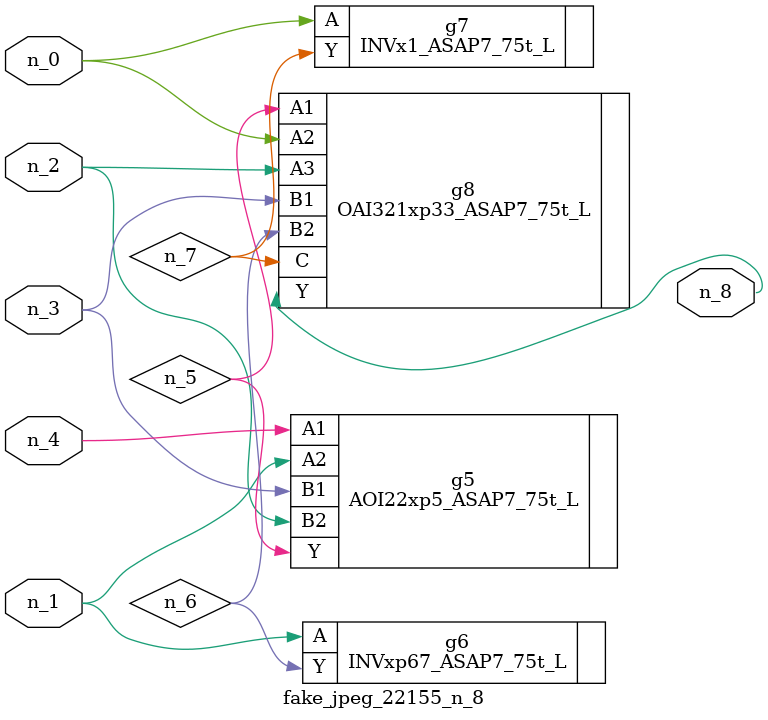
<source format=v>
module fake_jpeg_22155_n_8 (n_3, n_2, n_1, n_0, n_4, n_8);

input n_3;
input n_2;
input n_1;
input n_0;
input n_4;

output n_8;

wire n_6;
wire n_5;
wire n_7;

AOI22xp5_ASAP7_75t_L g5 ( 
.A1(n_4),
.A2(n_1),
.B1(n_3),
.B2(n_2),
.Y(n_5)
);

INVxp67_ASAP7_75t_L g6 ( 
.A(n_1),
.Y(n_6)
);

INVx1_ASAP7_75t_L g7 ( 
.A(n_0),
.Y(n_7)
);

OAI321xp33_ASAP7_75t_L g8 ( 
.A1(n_5),
.A2(n_0),
.A3(n_2),
.B1(n_3),
.B2(n_6),
.C(n_7),
.Y(n_8)
);


endmodule
</source>
